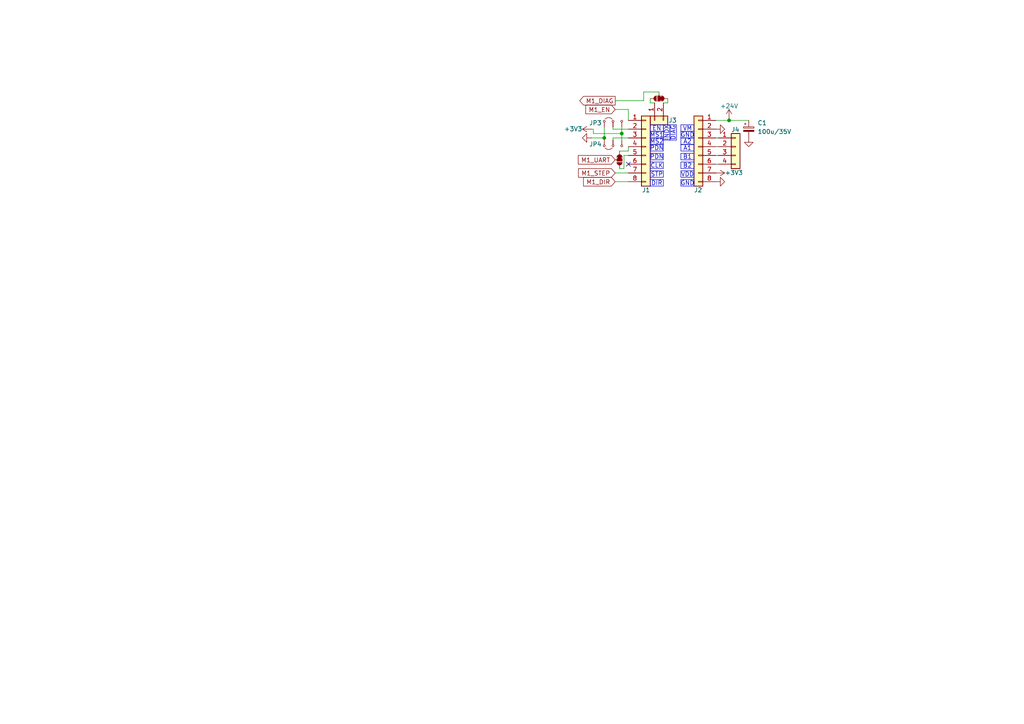
<source format=kicad_sch>
(kicad_sch (version 20250114) (generator "eeschema") (generator_version "9.0")
  (paper "A4")
  (lib_symbols
    (symbol "Connector_Generic:Conn_01x02" (pin_names (offset 1.016) (hide yes))
      (property "Reference" "J" (at 0 2.54 0))
      (property "Value" "Conn_01x02" (at 0 -5.08 0))
      (symbol "Conn_01x02_1_1"
        (rectangle (start -1.27 1.27) (end 1.27 -3.81) (stroke (width 0.254)) (fill (type background)))
        (rectangle (start -1.27 0.127) (end 0 -0.127) (stroke (width 0.1524)))
        (rectangle (start -1.27 -2.413) (end 0 -2.667) (stroke (width 0.1524)))
        (pin passive line (at -5.08 0 0) (length 3.81) (name "Pin_1") (number "1"))
        (pin passive line (at -5.08 -2.54 0) (length 3.81) (name "Pin_2") (number "2"))
      )
    )
    (symbol "Connector_Generic:Conn_01x04" (pin_names (offset 1.016) (hide yes))
      (property "Reference" "J" (at 0 5.08 0))
      (property "Value" "Conn_01x04" (at 0 -7.62 0))
      (symbol "Conn_01x04_1_1"
        (rectangle (start -1.27 3.81) (end 1.27 -6.35) (stroke (width 0.254)) (fill (type background)))
        (rectangle (start -1.27 2.667) (end 0 2.413) (stroke (width 0.1524)))
        (rectangle (start -1.27 0.127) (end 0 -0.127) (stroke (width 0.1524)))
        (rectangle (start -1.27 -2.413) (end 0 -2.667) (stroke (width 0.1524)))
        (rectangle (start -1.27 -4.953) (end 0 -5.207) (stroke (width 0.1524)))
        (pin passive line (at -5.08 2.54 0) (length 3.81) (name "Pin_1") (number "1"))
        (pin passive line (at -5.08 0 0) (length 3.81) (name "Pin_2") (number "2"))
        (pin passive line (at -5.08 -2.54 0) (length 3.81) (name "Pin_3") (number "3"))
        (pin passive line (at -5.08 -5.08 0) (length 3.81) (name "Pin_4") (number "4"))
      )
    )
    (symbol "Connector_Generic:Conn_01x08" (pin_names (offset 1.016) (hide yes))
      (property "Reference" "J" (at 0 10.16 0))
      (property "Value" "Conn_01x08" (at 0 -12.7 0))
      (symbol "Conn_01x08_1_1"
        (rectangle (start -1.27 8.89) (end 1.27 -11.43) (stroke (width 0.254)) (fill (type background)))
        (rectangle (start -1.27 7.747) (end 0 7.493) (stroke (width 0.1524)))
        (rectangle (start -1.27 5.207) (end 0 4.953) (stroke (width 0.1524)))
        (rectangle (start -1.27 2.667) (end 0 2.413) (stroke (width 0.1524)))
        (rectangle (start -1.27 0.127) (end 0 -0.127) (stroke (width 0.1524)))
        (rectangle (start -1.27 -2.413) (end 0 -2.667) (stroke (width 0.1524)))
        (rectangle (start -1.27 -4.953) (end 0 -5.207) (stroke (width 0.1524)))
        (rectangle (start -1.27 -7.493) (end 0 -7.747) (stroke (width 0.1524)))
        (rectangle (start -1.27 -10.033) (end 0 -10.287) (stroke (width 0.1524)))
        (pin passive line (at -5.08 7.62 0) (length 3.81) (name "Pin_1") (number "1"))
        (pin passive line (at -5.08 5.08 0) (length 3.81) (name "Pin_2") (number "2"))
        (pin passive line (at -5.08 2.54 0) (length 3.81) (name "Pin_3") (number "3"))
        (pin passive line (at -5.08 0 0) (length 3.81) (name "Pin_4") (number "4"))
        (pin passive line (at -5.08 -2.54 0) (length 3.81) (name "Pin_5") (number "5"))
        (pin passive line (at -5.08 -5.08 0) (length 3.81) (name "Pin_6") (number "6"))
        (pin passive line (at -5.08 -7.62 0) (length 3.81) (name "Pin_7") (number "7"))
        (pin passive line (at -5.08 -10.16 0) (length 3.81) (name "Pin_8") (number "8"))
      )
    )
    (symbol "Device:C_Polarized_Small" (pin_numbers (hide yes)) (pin_names (offset 0.254) (hide yes))
      (property "Reference" "C" (at 0.254 1.778 0))
      (property "Value" "C_Polarized_Small" (at 0.254 -2.032 0))
      (symbol "C_Polarized_Small_0_1"
        (rectangle (start -1.524 0.6858) (end 1.524 0.3048))
        (rectangle (start -1.524 -0.3048) (end 1.524 -0.6858) (fill (type outline)))
        (polyline (pts (xy -1.27 1.524) (xy -0.762 1.524)))
        (polyline (pts (xy -1.016 1.27) (xy -1.016 1.778)))
      )
      (symbol "C_Polarized_Small_1_1"
        (pin passive line (at 0 2.54 270) (length 1.8542) (name "~") (number "1"))
        (pin passive line (at 0 -2.54 90) (length 1.8542) (name "~") (number "2"))
      )
    )
    (symbol "Ecohim:Jumper_3_Open_small" (pin_numbers (hide yes)) (pin_names (hide yes))
      (property "Reference" "JP" (at 0 4.191 0))
      (symbol "Jumper_3_Open_small_0_1"
        (arc (start 1.025 2.286) (mid 1.4432 1.27) (end 1.025 0.254))
        (circle (center 0.381 2.54) (radius 0.284))
        (circle (center 0.381 0) (radius 0.284))
        (circle (center 0.381 -2.54) (radius 0.284))
      )
      (symbol "Jumper_3_Open_small_1_1"
        (pin passive line (at -1.27 2.54 0) (length 1.27) (name "") (number "1"))
        (pin passive line (at -1.27 0 0) (length 1.27) (name "") (number "2"))
        (pin passive line (at -1.27 -2.54 0) (length 1.27) (name "") (number "3"))
      )
    )
    (symbol "my_additions:SolderJumper_3_Bridged12_small" (pin_numbers (hide yes)) (pin_names (offset 0) (hide yes))
      (property "Reference" "JP1" (at 0 1.905 0))
      (symbol "SolderJumper_3_Bridged12_small_0_1"
        (polyline (pts (xy -0.762 0.762) (xy -0.762 -0.762)))
        (arc (start -0.762 -0.762) (mid -1.5029 0) (end -0.762 0.762) (fill (type outline)))
        (arc (start 0.762 0.762) (mid 1.5118 0) (end 0.762 -0.762) (fill (type outline)))
        (polyline (pts (xy 0.762 0.762) (xy 0.762 -0.762)))
      )
      (symbol "SolderJumper_3_Bridged12_small_1_1"
        (polyline (pts (xy -0.8 0) (xy -0.3 0)) (stroke (width 1)))
        (rectangle (start -0.381 0.762) (end 0.381 -0.762) (fill (type outline)))
        (pin passive line (at -2.54 0 0) (length 1.27) (name "A") (number "1"))
        (pin passive line (at 0 -1.27 90) (length 1.27) (name "B") (number "2"))
        (pin passive line (at 2.54 0 180) (length 1.27) (name "C") (number "3"))
      )
    )
    (symbol "power:+24V" (power) (pin_numbers (hide yes)) (pin_names (offset 0) (hide yes))
      (property "Value" "+24V" (at 0 3.556 0))
      (symbol "+24V_0_1"
        (polyline (pts (xy -0.762 1.27) (xy 0 2.54)))
        (polyline (pts (xy 0 2.54) (xy 0.762 1.27)))
        (polyline (pts (xy 0 0) (xy 0 2.54)))
      )
      (symbol "+24V_1_1"
        (pin power_in line (at 0 0 90) (length 0) (name "~") (number "1"))
      )
    )
    (symbol "power:+3V3" (power) (pin_numbers (hide yes)) (pin_names (offset 0) (hide yes))
      (property "Value" "+3V3" (at 0 3.556 0))
      (symbol "+3V3_0_1"
        (polyline (pts (xy -0.762 1.27) (xy 0 2.54)))
        (polyline (pts (xy 0 2.54) (xy 0.762 1.27)))
        (polyline (pts (xy 0 0) (xy 0 2.54)))
      )
      (symbol "+3V3_1_1"
        (pin power_in line (at 0 0 90) (length 0) (name "~") (number "1"))
      )
    )
    (symbol "power:GND" (power) (pin_numbers (hide yes)) (pin_names (offset 0) (hide yes))
      (property "Value" "GND" (at 0 -3.81 0))
      (symbol "GND_0_1"
        (polyline (pts (xy 0 0) (xy 0 -1.27) (xy 1.27 -1.27) (xy 0 -2.54) (xy -1.27 -1.27) (xy 0 -1.27)))
      )
      (symbol "GND_1_1"
        (pin power_in line (at 0 0 270) (length 0) (name "~") (number "1"))
      )
    )
  )
  (text_box "B2" (at 197.485 46.99 0) (size 3.81 1.905) (margins 0.9525 0.9525 0.9525 0.9525) (effects (font (size 1.27 1.27))))
  (text_box "PDN" (at 188.595 44.45 0) (size 3.81 1.905) (margins 0.9525 0.9525 0.9525 0.9525) (effects (font (size 1.27 1.27))))
  (text_box "PDN" (at 188.595 41.91 0) (size 3.81 1.905) (margins 0.9525 0.9525 0.9525 0.9525) (effects (font (size 1.27 1.27))))
  (text_box "VDD" (at 197.485 49.53 0) (size 3.81 1.905) (margins 0.9525 0.9525 0.9525 0.9525) (effects (font (size 1.27 1.27))))
  (text_box "STP" (at 188.595 49.53 0) (size 3.81 1.905) (margins 0.9525 0.9525 0.9525 0.9525) (effects (font (size 1.27 1.27))))
  (text_box "INDX" (at 192.405 36.195 90) (size 1.905 4.445) (margins 0.9525 0.9525 0.9525 0.9525) (effects (font (size 1.27 1.27))))
  (text_box "A1" (at 197.485 41.91 0) (size 3.81 1.905) (margins 0.9525 0.9525 0.9525 0.9525) (effects (font (size 1.27 1.27))))
  (text_box "DIR" (at 188.595 52.07 0) (size 3.81 1.905) (margins 0.9525 0.9525 0.9525 0.9525) (effects (font (size 1.27 1.27))))
  (text_box "MS2" (at 188.595 40.005 0) (size 3.81 1.905) (margins 0.9525 0.9525 0.9525 0.9525) (effects (font (size 1.27 1.27))))
  (text_box "EN" (at 188.595 36.195 0) (size 3.81 1.905) (margins 0.9525 0.9525 0.9525 0.9525) (effects (font (size 1.27 1.27))))
  (text_box "CLK" (at 188.595 46.99 0) (size 3.81 1.905) (margins 0.9525 0.9525 0.9525 0.9525) (effects (font (size 1.27 1.27))))
  (text_box "GND" (at 197.485 52.07 0) (size 3.81 1.905) (margins 0.9525 0.9525 0.9525 0.9525) (effects (font (size 1.27 1.27))))
  (text_box "MS1" (at 188.595 38.1 0) (size 3.81 1.905) (margins 0.9525 0.9525 0.9525 0.9525) (effects (font (size 1.27 1.27))))
  (text_box "DIAG" (at 194.31 36.195 90) (size 1.905 4.445) (margins 0.9525 0.9525 0.9525 0.9525) (effects (font (size 1.27 1.27))))
  (text_box "GND" (at 197.485 38.1 0) (size 3.81 1.905) (margins 0.9525 0.9525 0.9525 0.9525) (effects (font (size 1.27 1.27))))
  (text_box "VM" (at 197.485 36.195 0) (size 3.81 1.905) (margins 0.9525 0.9525 0.9525 0.9525) (effects (font (size 1.27 1.27))))
  (text_box "A2" (at 197.485 40.005 0) (size 3.81 1.905) (margins 0.9525 0.9525 0.9525 0.9525) (effects (font (size 1.27 1.27))))
  (text_box "B1" (at 197.485 44.45 0) (size 3.81 1.905) (margins 0.9525 0.9525 0.9525 0.9525) (effects (font (size 1.27 1.27))))
  (junction (at 180.34 38.735))
  (junction (at 175.26 40.005))
  (junction (at 211.455 34.925))
  (no_connect (at 182.245 47.625))
  (wire (pts (xy 207.645 45.085) (xy 208.28 45.085)))
  (wire (pts (xy 207.645 42.545) (xy 208.28 42.545)))
  (wire (pts (xy 182.245 37.465) (xy 177.8 37.465)))
  (wire (pts (xy 180.975 48.895) (xy 180.975 45.085)))
  (wire (pts (xy 171.45 40.005) (xy 175.26 40.005)))
  (wire (pts (xy 175.26 40.005) (xy 175.26 40.64)))
  (wire (pts (xy 182.245 31.75) (xy 182.245 34.925)))
  (wire (pts (xy 192.405 29.845) (xy 193.675 29.845)))
  (wire (pts (xy 180.975 45.085) (xy 182.245 45.085)))
  (wire (pts (xy 177.8 37.465) (xy 177.8 36.83)))
  (wire (pts (xy 211.455 34.29) (xy 211.455 34.925)))
  (wire (pts (xy 179.705 48.895) (xy 180.975 48.895)))
  (wire (pts (xy 172.085 37.465) (xy 172.085 38.735)))
  (wire (pts (xy 191.135 26.67) (xy 191.135 27.305)))
  (wire (pts (xy 178.435 31.75) (xy 182.245 31.75)))
  (wire (pts (xy 189.865 29.845) (xy 188.595 29.845)))
  (wire (pts (xy 207.645 34.925) (xy 211.455 34.925)))
  (wire (pts (xy 175.26 36.83) (xy 175.26 40.005)))
  (wire (pts (xy 186.69 26.67) (xy 191.135 26.67)))
  (wire (pts (xy 178.435 52.705) (xy 182.245 52.705)))
  (wire (pts (xy 188.595 29.845) (xy 188.595 28.575)))
  (wire (pts (xy 177.8 40.005) (xy 177.8 40.64)))
  (wire (pts (xy 180.34 36.83) (xy 180.34 38.735)))
  (wire (pts (xy 182.245 40.005) (xy 177.8 40.005)))
  (wire (pts (xy 207.645 40.005) (xy 208.28 40.005)))
  (wire (pts (xy 193.675 29.845) (xy 193.675 28.575)))
  (wire (pts (xy 211.455 34.925) (xy 217.17 34.925)))
  (wire (pts (xy 172.085 37.465) (xy 171.45 37.465)))
  (wire (pts (xy 182.245 43.815) (xy 179.705 43.815)))
  (wire (pts (xy 178.435 50.165) (xy 182.245 50.165)))
  (wire (pts (xy 207.645 47.625) (xy 208.28 47.625)))
  (wire (pts (xy 180.34 38.735) (xy 180.34 40.64)))
  (wire (pts (xy 186.69 29.21) (xy 186.69 26.67)))
  (wire (pts (xy 182.245 43.815) (xy 182.245 42.545)))
  (wire (pts (xy 178.435 29.21) (xy 186.69 29.21)))
  (wire (pts (xy 172.085 38.735) (xy 180.34 38.735)))
  (global_label "M1_UART" (shape input) (at 178.435 46.355 180) (property "Intersheetrefs" "${INTERSHEET_REFS}" (effects (hide yes))))
  (global_label "M1_DIAG" (shape output) (at 178.435 29.21 180) (property "Intersheetrefs" "${INTERSHEET_REFS}" (effects (hide yes))))
  (global_label "M1_DIR" (shape input) (at 178.435 52.705 180) (property "Intersheetrefs" "${INTERSHEET_REFS}" (effects (hide yes))))
  (global_label "M1_STEP" (shape input) (at 178.435 50.165 180) (property "Intersheetrefs" "${INTERSHEET_REFS}" (effects (hide yes))))
  (global_label "M1_EN" (shape input) (at 178.435 31.75 180) (property "Intersheetrefs" "${INTERSHEET_REFS}" (effects (hide yes))))
  (symbol (lib_id "power:+3V3") (at 171.45 37.465 90) (mirror x) (unit 1)
    (property "Reference" "#PWR014" (effects (hide yes)))
    (property "Value" "+3V3" (at 168.895 37.4 90) (effects (justify left)))
    (property "Description" "Power symbol creates a global label with name \"+3V3\"" (effects (hide yes)))
  )
  (symbol (lib_id "power:GND") (at 207.645 52.705 90) (unit 1)
    (property "Reference" "#PWR02" (effects (hide yes)))
    (property "Value" "GND" (effects (hide yes)))
    (property "Description" "Power symbol creates a global label with name \"GND\" , ground" (effects (hide yes)))
  )
  (symbol (lib_id "Connector_Generic:Conn_01x02") (at 189.865 34.925 90) (mirror x) (unit 1)
    (property "Reference" "J3" (at 193.9 34.9 90) (effects (justify right)))
    (property "Value" "PinSocket_2.54_2pin" (effects (hide yes)))
    (property "Footprint" "Connector_PinSocket_2.54mm:PinSocket_1x02_P2.54mm_Vertical" (effects (hide yes)))
    (property "Description" "Generic connector, single row, 01x02, script generated (kicad-library-utils/schlib/autogen/connector/)" (effects (hide yes)))
  )
  (symbol (lib_id "my_additions:SolderJumper_3_Bridged12_small") (at 191.135 28.575 180) (unit 1)
    (property "Reference" "JP2" (effects (hide yes)))
    (property "Value" "SolderJumper_3_Bridged12_small" (effects (hide yes)))
    (property "Footprint" "my_additions:SolderJumper-3_Bridged12_roundpads_smaller" (effects (hide yes)))
    (property "Description" "Solder Jumper, 3-pole, bridged, small" (effects (hide yes)))
  )
  (symbol (lib_id "Ecohim:Jumper_3_Open_small") (at 177.8 35.56 90) (unit 1)
    (property "Reference" "JP3" (at 172.7 35.66 90))
    (property "Value" "Jumper_3_open" (effects (hide yes)))
    (property "Footprint" "Connector_PinHeader_2.54mm:PinHeader_1x03_P2.54mm_Vertical" (effects (hide yes)))
    (property "Description" "Jumper 3 open" (effects (hide yes)))
  )
  (symbol (lib_id "power:GND") (at 207.645 37.465 90) (unit 1)
    (property "Reference" "#PWR03" (effects (hide yes)))
    (property "Value" "GND" (effects (hide yes)))
    (property "Description" "Power symbol creates a global label with name \"GND\" , ground" (effects (hide yes)))
  )
  (symbol (lib_id "Connector_Generic:Conn_01x08") (at 187.325 42.545 0) (unit 1)
    (property "Reference" "J1" (at 187.4 55.1 0))
    (property "Value" "PinSocket_2.54_8pin" (effects (hide yes)))
    (property "Footprint" "Connector_PinSocket_2.54mm:PinSocket_1x08_P2.54mm_Vertical" (effects (hide yes)))
    (property "Description" "Generic connector, single row, 01x08, script generated (kicad-library-utils/schlib/autogen/connector/)" (effects (hide yes)))
  )
  (symbol (lib_id "power:GND") (at 217.17 40.005 0) (unit 1)
    (property "Reference" "#PWR05" (effects (hide yes)))
    (property "Value" "GND" (effects (hide yes)))
    (property "Description" "Power symbol creates a global label with name \"GND\" , ground" (effects (hide yes)))
  )
  (symbol (lib_id "power:GND") (at 171.45 40.005 270) (mirror x) (unit 1)
    (property "Reference" "#PWR015" (effects (hide yes)))
    (property "Value" "GND" (effects (hide yes)))
    (property "Description" "Power symbol creates a global label with name \"GND\" , ground" (effects (hide yes)))
  )
  (symbol (lib_id "Ecohim:Jumper_3_Open_small") (at 177.8 41.91 90) (mirror x) (unit 1)
    (property "Reference" "JP4" (at 172.7 41.81 90))
    (property "Value" "Jumper_3_open" (effects (hide yes)))
    (property "Footprint" "Connector_PinHeader_2.54mm:PinHeader_1x03_P2.54mm_Vertical" (effects (hide yes)))
    (property "Description" "Jumper 3 open" (effects (hide yes)))
  )
  (symbol (lib_id "power:+24V") (at 211.455 34.29 0) (unit 1)
    (property "Reference" "#PWR04" (effects (hide yes)))
    (property "Value" "+24V" (at 211.485 30.765 0))
    (property "Description" "Power symbol creates a global label with name \"+24V\"" (effects (hide yes)))
  )
  (symbol (lib_id "Device:C_Polarized_Small") (at 217.17 37.465 0) (unit 1)
    (property "Reference" "C1" (at 219.71 35.6488 0) (effects (justify left)))
    (property "Value" "100u/35V" (at 219.71 38.1888 0) (effects (justify left)))
    (property "Footprint" "Capacitor_SMD:CP_Elec_6.3x7.7" (effects (hide yes)))
    (property "Description" "Polarized capacitor, small symbol" (effects (hide yes)))
  )
  (symbol (lib_id "Connector_Generic:Conn_01x04") (at 213.36 42.545 0) (unit 1)
    (property "Reference" "J4" (at 213.295 37.6 0))
    (property "Value" "CWF-4" (effects (hide yes)))
    (property "Footprint" "Ecohim:DS1069-4_CWF-4" (effects (hide yes)))
    (property "Description" "Generic connector, single row, 01x04, script generated (kicad-library-utils/schlib/autogen/connector/)" (effects (hide yes)))
  )
  (symbol (lib_id "power:+3V3") (at 207.645 50.165 270) (unit 1)
    (property "Reference" "#PWR01" (effects (hide yes)))
    (property "Value" "+3V3" (at 210.2 50.1 90) (effects (justify left)))
    (property "Description" "Power symbol creates a global label with name \"+3V3\"" (effects (hide yes)))
  )
  (symbol (lib_id "my_additions:SolderJumper_3_Bridged12_small") (at 179.705 46.355 270) (unit 1)
    (property "Reference" "JP1" (effects (hide yes)))
    (property "Value" "SolderJumper_3_Bridged12_small" (effects (hide yes)))
    (property "Footprint" "my_additions:SolderJumper-3_Bridged12_roundpads_smaller" (effects (hide yes)))
    (property "Description" "Solder Jumper, 3-pole, bridged, small" (effects (hide yes)))
  )
  (symbol (lib_id "Connector_Generic:Conn_01x08") (at 202.565 42.545 0) (mirror y) (unit 1)
    (property "Reference" "J2" (at 202.49 55.1 0))
    (property "Value" "PinSocket_2.54_8pin" (effects (hide yes)))
    (property "Footprint" "Connector_PinSocket_2.54mm:PinSocket_1x08_P2.54mm_Vertical" (effects (hide yes)))
    (property "Description" "Generic connector, single row, 01x08, script generated (kicad-library-utils/schlib/autogen/connector/)" (effects (hide yes)))
  )
)
</source>
